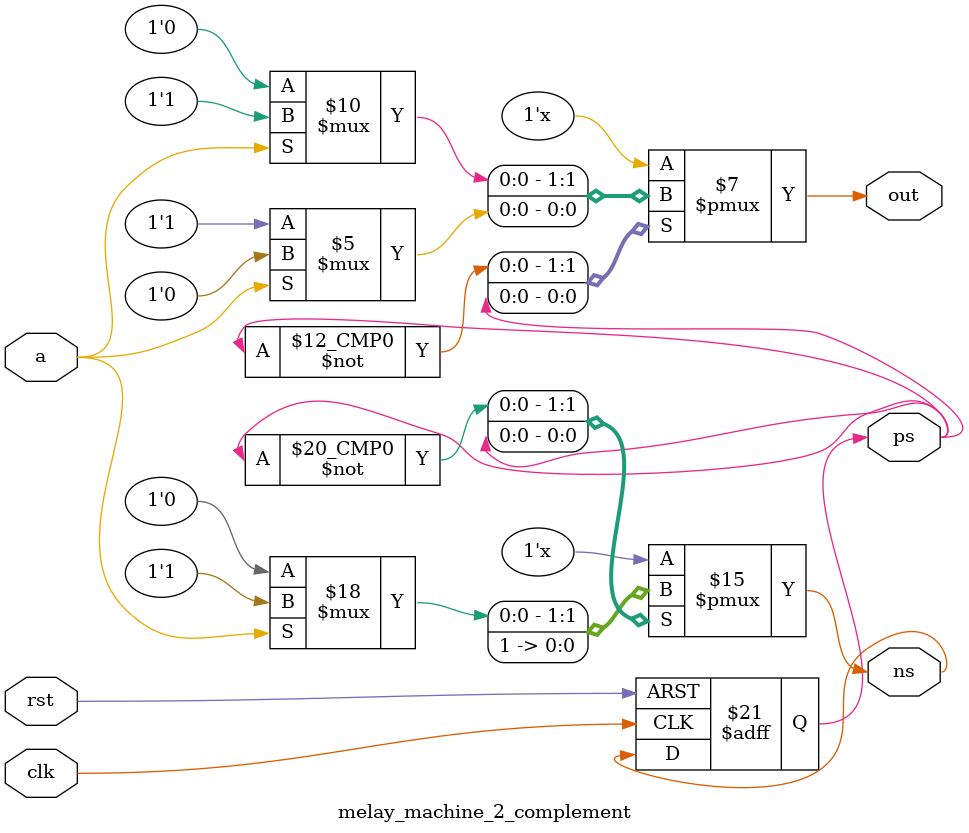
<source format=v>
`timescale 1ns / 1ps


module melay_machine_2_complement(clk, rst, a, out, ps, ns);

input clk, rst;
input a;

output reg out;
output reg ps, ns;

parameter s0 = 1'b0;
parameter s1 = 1'b1;

always@(posedge clk, negedge rst)
begin
    if(!rst)
        ps <= s0;
    else
        ps <= ns;
end

always@(ps, a)
begin
    case(ps)
    s0: if(a)
        begin
            ns <= s1;
            out <= 1;
        end
        else
        begin
            ns<=s0;
            out<=0;
        end
    s1: if(a)
        begin
            out <= 0;
            ns <= s1;
        end
        else
        begin
            out <= 1;
            ns <= s1;
        end
    endcase
end      
endmodule

</source>
